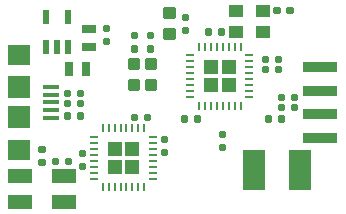
<source format=gtp>
G75*
G70*
%OFA0B0*%
%FSLAX24Y24*%
%IPPOS*%
%LPD*%
%AMOC8*
5,1,8,0,0,1.08239X$1,22.5*
%
%ADD10R,0.0315X0.0472*%
%ADD11C,0.0130*%
%ADD12R,0.0472X0.0315*%
%ADD13R,0.0748X0.1339*%
%ADD14R,0.0551X0.0138*%
%ADD15R,0.0748X0.0709*%
%ADD16R,0.0748X0.0748*%
%ADD17R,0.1181X0.0354*%
%ADD18C,0.0118*%
%ADD19R,0.0315X0.0112*%
%ADD20R,0.0112X0.0315*%
%ADD21R,0.0512X0.0512*%
%ADD22R,0.0787X0.0472*%
%ADD23R,0.0512X0.0433*%
%ADD24R,0.0217X0.0472*%
D10*
X003355Y006000D03*
X003945Y006000D03*
D11*
X003820Y005251D02*
X003714Y005251D01*
X003820Y005251D02*
X003820Y005145D01*
X003714Y005145D01*
X003714Y005251D01*
X003386Y005251D02*
X003280Y005251D01*
X003386Y005251D02*
X003386Y005145D01*
X003280Y005145D01*
X003280Y005251D01*
X003280Y004911D02*
X003386Y004911D01*
X003386Y004805D01*
X003280Y004805D01*
X003280Y004911D01*
X003714Y004911D02*
X003820Y004911D01*
X003820Y004805D01*
X003714Y004805D01*
X003714Y004911D01*
X003714Y004503D02*
X003820Y004503D01*
X003820Y004397D01*
X003714Y004397D01*
X003714Y004503D01*
X003386Y004503D02*
X003280Y004503D01*
X003386Y004503D02*
X003386Y004397D01*
X003280Y004397D01*
X003280Y004503D01*
X002523Y003380D02*
X002523Y003274D01*
X002417Y003274D01*
X002417Y003380D01*
X002523Y003380D01*
X002523Y002946D02*
X002523Y002840D01*
X002417Y002840D01*
X002417Y002946D01*
X002523Y002946D01*
X002880Y002877D02*
X002986Y002877D01*
X002880Y002877D02*
X002880Y002983D01*
X002986Y002983D01*
X002986Y002877D01*
X003314Y002877D02*
X003420Y002877D01*
X003314Y002877D02*
X003314Y002983D01*
X003420Y002983D01*
X003420Y002877D01*
X003767Y002826D02*
X003767Y002720D01*
X003767Y002826D02*
X003873Y002826D01*
X003873Y002720D01*
X003767Y002720D01*
X003767Y003154D02*
X003767Y003260D01*
X003873Y003260D01*
X003873Y003154D01*
X003767Y003154D01*
X005495Y004357D02*
X005601Y004357D01*
X005495Y004357D02*
X005495Y004463D01*
X005601Y004463D01*
X005601Y004357D01*
X005929Y004357D02*
X006035Y004357D01*
X005929Y004357D02*
X005929Y004463D01*
X006035Y004463D01*
X006035Y004357D01*
X006497Y003730D02*
X006497Y003624D01*
X006497Y003730D02*
X006603Y003730D01*
X006603Y003624D01*
X006497Y003624D01*
X006497Y003296D02*
X006497Y003190D01*
X006497Y003296D02*
X006603Y003296D01*
X006603Y003190D01*
X006497Y003190D01*
X007170Y004403D02*
X007276Y004403D01*
X007276Y004297D01*
X007170Y004297D01*
X007170Y004403D01*
X007604Y004403D02*
X007710Y004403D01*
X007710Y004297D01*
X007604Y004297D01*
X007604Y004403D01*
X008447Y003895D02*
X008447Y003789D01*
X008447Y003895D02*
X008553Y003895D01*
X008553Y003789D01*
X008447Y003789D01*
X008447Y003461D02*
X008447Y003355D01*
X008447Y003461D02*
X008553Y003461D01*
X008553Y003355D01*
X008447Y003355D01*
X009980Y004297D02*
X010086Y004297D01*
X009980Y004297D02*
X009980Y004403D01*
X010086Y004403D01*
X010086Y004297D01*
X010414Y004297D02*
X010520Y004297D01*
X010414Y004297D02*
X010414Y004403D01*
X010520Y004403D01*
X010520Y004297D01*
X010511Y004677D02*
X010405Y004677D01*
X010405Y004783D01*
X010511Y004783D01*
X010511Y004677D01*
X010839Y004677D02*
X010945Y004677D01*
X010839Y004677D02*
X010839Y004783D01*
X010945Y004783D01*
X010945Y004677D01*
X010945Y005017D02*
X010839Y005017D01*
X010839Y005123D01*
X010945Y005123D01*
X010945Y005017D01*
X010511Y005017D02*
X010405Y005017D01*
X010405Y005123D01*
X010511Y005123D01*
X010511Y005017D01*
X010400Y005957D02*
X010294Y005957D01*
X010294Y006063D01*
X010400Y006063D01*
X010400Y005957D01*
X009966Y005957D02*
X009860Y005957D01*
X009860Y006063D01*
X009966Y006063D01*
X009966Y005957D01*
X009966Y006277D02*
X009860Y006277D01*
X009860Y006383D01*
X009966Y006383D01*
X009966Y006277D01*
X010294Y006277D02*
X010400Y006277D01*
X010294Y006277D02*
X010294Y006383D01*
X010400Y006383D01*
X010400Y006277D01*
X008500Y007298D02*
X008394Y007298D01*
X008500Y007298D02*
X008500Y007192D01*
X008394Y007192D01*
X008394Y007298D01*
X008066Y007298D02*
X007960Y007298D01*
X008066Y007298D02*
X008066Y007192D01*
X007960Y007192D01*
X007960Y007298D01*
X007303Y007255D02*
X007303Y007361D01*
X007303Y007255D02*
X007197Y007255D01*
X007197Y007361D01*
X007303Y007361D01*
X007303Y007689D02*
X007303Y007795D01*
X007303Y007689D02*
X007197Y007689D01*
X007197Y007795D01*
X007303Y007795D01*
X006042Y007170D02*
X006042Y007064D01*
X006042Y007170D02*
X006148Y007170D01*
X006148Y007064D01*
X006042Y007064D01*
X005492Y007064D02*
X005492Y007170D01*
X005598Y007170D01*
X005598Y007064D01*
X005492Y007064D01*
X005492Y006736D02*
X005492Y006630D01*
X005492Y006736D02*
X005598Y006736D01*
X005598Y006630D01*
X005492Y006630D01*
X006042Y006630D02*
X006042Y006736D01*
X006148Y006736D01*
X006148Y006630D01*
X006042Y006630D01*
X004567Y006870D02*
X004567Y006976D01*
X004673Y006976D01*
X004673Y006870D01*
X004567Y006870D01*
X004567Y007304D02*
X004567Y007410D01*
X004673Y007410D01*
X004673Y007304D01*
X004567Y007304D01*
X010250Y007907D02*
X010356Y007907D01*
X010250Y007907D02*
X010250Y008013D01*
X010356Y008013D01*
X010356Y007907D01*
X010684Y007907D02*
X010790Y007907D01*
X010684Y007907D02*
X010684Y008013D01*
X010790Y008013D01*
X010790Y007907D01*
D12*
X004040Y007345D03*
X004040Y006755D03*
D13*
X009532Y002650D03*
X011068Y002650D03*
D14*
X002763Y004388D03*
X002763Y004644D03*
X002763Y004900D03*
X002763Y005156D03*
X002763Y005412D03*
D15*
X001720Y006475D03*
X001720Y003325D03*
D16*
X001720Y004400D03*
X001720Y005400D03*
D17*
X011732Y005294D03*
X011732Y006081D03*
X011732Y004506D03*
X011732Y003719D03*
D18*
X006233Y005618D02*
X005957Y005618D01*
X006233Y005618D02*
X006233Y005342D01*
X005957Y005342D01*
X005957Y005618D01*
X005957Y005459D02*
X006233Y005459D01*
X006233Y005576D02*
X005957Y005576D01*
X005683Y005618D02*
X005407Y005618D01*
X005683Y005618D02*
X005683Y005342D01*
X005407Y005342D01*
X005407Y005618D01*
X005407Y005459D02*
X005683Y005459D01*
X005683Y005576D02*
X005407Y005576D01*
X005407Y006308D02*
X005683Y006308D01*
X005683Y006032D01*
X005407Y006032D01*
X005407Y006308D01*
X005407Y006149D02*
X005683Y006149D01*
X005683Y006266D02*
X005407Y006266D01*
X005957Y006308D02*
X006233Y006308D01*
X006233Y006032D01*
X005957Y006032D01*
X005957Y006308D01*
X005957Y006149D02*
X006233Y006149D01*
X006233Y006266D02*
X005957Y006266D01*
X006587Y007042D02*
X006863Y007042D01*
X006587Y007042D02*
X006587Y007318D01*
X006863Y007318D01*
X006863Y007042D01*
X006863Y007159D02*
X006587Y007159D01*
X006587Y007276D02*
X006863Y007276D01*
X006863Y007732D02*
X006587Y007732D01*
X006587Y008008D01*
X006863Y008008D01*
X006863Y007732D01*
X006863Y007849D02*
X006587Y007849D01*
X006587Y007966D02*
X006863Y007966D01*
D19*
X007416Y006464D03*
X007416Y006267D03*
X007416Y006070D03*
X007416Y005873D03*
X007416Y005677D03*
X007416Y005480D03*
X007416Y005283D03*
X007416Y005086D03*
X009384Y005086D03*
X009384Y005283D03*
X009384Y005480D03*
X009384Y005677D03*
X009384Y005873D03*
X009384Y006070D03*
X009384Y006267D03*
X009384Y006464D03*
X006174Y003739D03*
X006174Y003542D03*
X006174Y003345D03*
X006174Y003148D03*
X006174Y002952D03*
X006174Y002755D03*
X006174Y002558D03*
X006174Y002361D03*
X004206Y002361D03*
X004206Y002558D03*
X004206Y002755D03*
X004206Y002952D03*
X004206Y003148D03*
X004206Y003345D03*
X004206Y003542D03*
X004206Y003739D03*
D20*
X004501Y004034D03*
X004698Y004034D03*
X004895Y004034D03*
X005092Y004034D03*
X005288Y004034D03*
X005485Y004034D03*
X005682Y004034D03*
X005879Y004034D03*
X007711Y004791D03*
X007908Y004791D03*
X008105Y004791D03*
X008302Y004791D03*
X008498Y004791D03*
X008695Y004791D03*
X008892Y004791D03*
X009089Y004791D03*
X009089Y006759D03*
X008892Y006759D03*
X008695Y006759D03*
X008498Y006759D03*
X008302Y006759D03*
X008105Y006759D03*
X007908Y006759D03*
X007711Y006759D03*
X005879Y002066D03*
X005682Y002066D03*
X005485Y002066D03*
X005288Y002066D03*
X005092Y002066D03*
X004895Y002066D03*
X004698Y002066D03*
X004501Y002066D03*
D21*
X004895Y002755D03*
X005485Y002755D03*
X005485Y003345D03*
X004895Y003345D03*
X008105Y005480D03*
X008695Y005480D03*
X008695Y006070D03*
X008105Y006070D03*
D22*
X001742Y001587D03*
X003198Y001587D03*
X003198Y002453D03*
X001742Y002453D03*
D23*
X008922Y007241D03*
X009828Y007241D03*
X009828Y007949D03*
X008922Y007949D03*
D24*
X003344Y007762D03*
X002596Y007762D03*
X002596Y006738D03*
X002970Y006738D03*
X003344Y006738D03*
M02*

</source>
